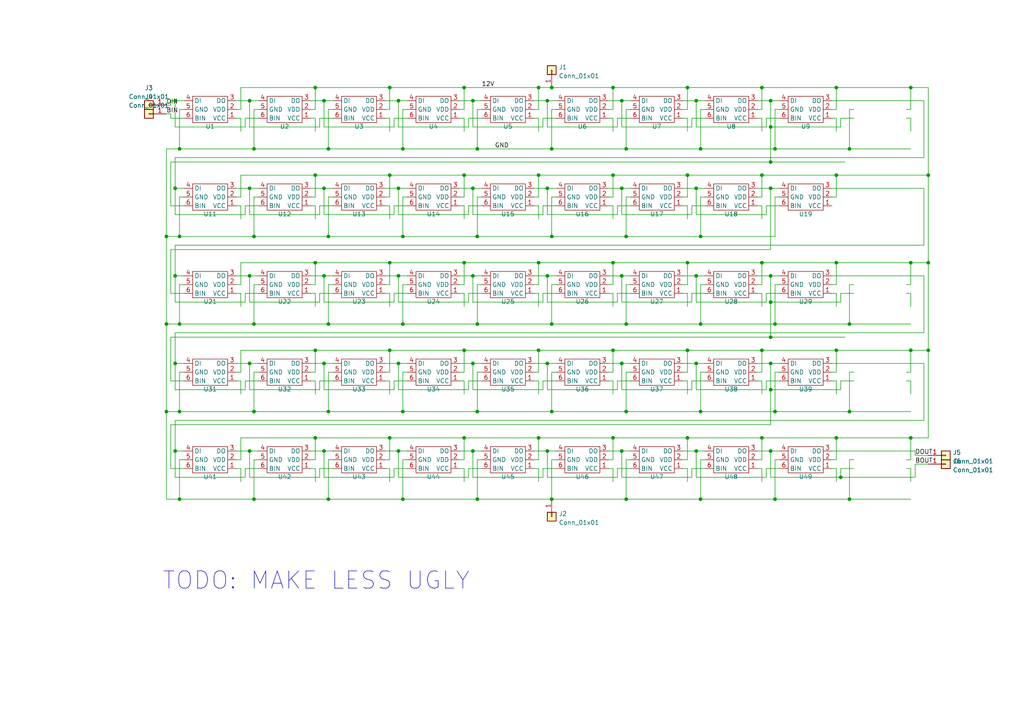
<source format=kicad_sch>
(kicad_sch (version 20211123) (generator eeschema)
  (paper "A4")
  (junction (at 50.8 105.41))
  (junction (at 158.75 130.81))
  (junction (at 50.8 80.01))
  (junction (at 115.57 105.41))
  (junction (at 220.98 50.8))
  (junction (at 220.98 101.6))
  (junction (at 223.52 46.99))
  (junction (at 113.03 25.4))
  (junction (at 138.43 144.78))
  (junction (at 181.61 144.78))
  (junction (at 113.03 50.8))
  (junction (at 199.39 25.4))
  (junction (at 264.16 76.2))
  (junction (at 203.2 43.18))
  (junction (at 224.79 144.78))
  (junction (at 181.61 119.38))
  (junction (at 116.84 68.58))
  (junction (at 224.79 119.38))
  (junction (at 246.38 144.78))
  (junction (at 177.8 101.6))
  (junction (at 156.21 50.8))
  (junction (at 269.24 50.8))
  (junction (at 115.57 130.81))
  (junction (at 264.16 25.4))
  (junction (at 48.26 68.58))
  (junction (at 223.52 105.41))
  (junction (at 113.03 127))
  (junction (at 201.93 130.81))
  (junction (at 246.38 43.18))
  (junction (at 199.39 50.8))
  (junction (at 223.52 97.79))
  (junction (at 246.38 119.38))
  (junction (at 180.34 29.21))
  (junction (at 203.2 119.38))
  (junction (at 156.21 127))
  (junction (at 73.66 119.38))
  (junction (at 220.98 127))
  (junction (at 95.25 68.58))
  (junction (at 72.39 29.21))
  (junction (at 180.34 130.81))
  (junction (at 134.62 50.8))
  (junction (at 177.8 76.2))
  (junction (at 93.98 54.61))
  (junction (at 73.66 43.18))
  (junction (at 223.52 29.21))
  (junction (at 199.39 127))
  (junction (at 201.93 29.21))
  (junction (at 93.98 80.01))
  (junction (at 91.44 127))
  (junction (at 73.66 144.78))
  (junction (at 160.02 93.98))
  (junction (at 52.07 144.78))
  (junction (at 73.66 68.58))
  (junction (at 72.39 54.61))
  (junction (at 115.57 54.61))
  (junction (at 137.16 130.81))
  (junction (at 242.57 101.6))
  (junction (at 158.75 54.61))
  (junction (at 180.34 54.61))
  (junction (at 113.03 101.6))
  (junction (at 243.84 138.43))
  (junction (at 177.8 50.8))
  (junction (at 134.62 127))
  (junction (at 113.03 76.2))
  (junction (at 91.44 25.4))
  (junction (at 242.57 127))
  (junction (at 93.98 105.41))
  (junction (at 95.25 144.78))
  (junction (at 138.43 119.38))
  (junction (at 156.21 76.2))
  (junction (at 224.79 43.18))
  (junction (at 158.75 80.01))
  (junction (at 48.26 93.98))
  (junction (at 223.52 130.81))
  (junction (at 137.16 54.61))
  (junction (at 52.07 68.58))
  (junction (at 137.16 29.21))
  (junction (at 52.07 119.38))
  (junction (at 73.66 93.98))
  (junction (at 72.39 105.41))
  (junction (at 50.8 29.21))
  (junction (at 91.44 76.2))
  (junction (at 264.16 127))
  (junction (at 223.52 113.03))
  (junction (at 181.61 68.58))
  (junction (at 223.52 54.61))
  (junction (at 160.02 68.58))
  (junction (at 203.2 68.58))
  (junction (at 220.98 76.2))
  (junction (at 116.84 93.98))
  (junction (at 201.93 80.01))
  (junction (at 91.44 50.8))
  (junction (at 91.44 101.6))
  (junction (at 264.16 101.6))
  (junction (at 52.07 93.98))
  (junction (at 180.34 80.01))
  (junction (at 93.98 29.21))
  (junction (at 269.24 101.6))
  (junction (at 242.57 50.8))
  (junction (at 160.02 25.4))
  (junction (at 160.02 144.78))
  (junction (at 242.57 76.2))
  (junction (at 93.98 130.81))
  (junction (at 50.8 130.81))
  (junction (at 181.61 93.98))
  (junction (at 95.25 93.98))
  (junction (at 48.26 119.38))
  (junction (at 52.07 43.18))
  (junction (at 137.16 105.41))
  (junction (at 116.84 144.78))
  (junction (at 95.25 43.18))
  (junction (at 220.98 25.4))
  (junction (at 115.57 80.01))
  (junction (at 203.2 144.78))
  (junction (at 203.2 93.98))
  (junction (at 223.52 36.83))
  (junction (at 177.8 127))
  (junction (at 160.02 43.18))
  (junction (at 116.84 43.18))
  (junction (at 160.02 119.38))
  (junction (at 138.43 68.58))
  (junction (at 199.39 101.6))
  (junction (at 158.75 105.41))
  (junction (at 199.39 76.2))
  (junction (at 134.62 25.4))
  (junction (at 156.21 25.4))
  (junction (at 181.61 43.18))
  (junction (at 224.79 93.98))
  (junction (at 223.52 87.63))
  (junction (at 177.8 25.4))
  (junction (at 138.43 43.18))
  (junction (at 156.21 101.6))
  (junction (at 180.34 105.41))
  (junction (at 72.39 130.81))
  (junction (at 134.62 76.2))
  (junction (at 95.25 119.38))
  (junction (at 242.57 25.4))
  (junction (at 246.38 93.98))
  (junction (at 115.57 29.21))
  (junction (at 223.52 80.01))
  (junction (at 72.39 80.01))
  (junction (at 158.75 29.21))
  (junction (at 201.93 54.61))
  (junction (at 201.93 105.41))
  (junction (at 50.8 54.61))
  (junction (at 138.43 93.98))
  (junction (at 134.62 101.6))
  (junction (at 137.16 80.01))
  (junction (at 269.24 76.2))
  (junction (at 116.84 119.38))
  (wire (pts (xy 223.52 36.83) (xy 223.52 46.99)))
  (wire (pts (xy 264.16 88.9) (xy 264.16 85.09)))
  (wire (pts (xy 50.8 96.52) (xy 267.97 96.52)))
  (wire (pts (xy 111.76 135.89) (xy 113.03 135.89)))
  (wire (pts (xy 73.66 82.55) (xy 74.93 82.55)))
  (wire (pts (xy 138.43 119.38) (xy 138.43 107.95)))
  (wire (pts (xy 176.53 54.61) (xy 180.34 54.61)))
  (wire (pts (xy 48.26 144.78) (xy 48.26 119.38)))
  (wire (pts (xy 138.43 133.35) (xy 139.7 133.35)))
  (wire (pts (xy 267.97 71.12) (xy 267.97 54.61)))
  (wire (pts (xy 161.29 59.69) (xy 157.48 59.69)))
  (wire (pts (xy 113.03 101.6) (xy 134.62 101.6)))
  (wire (pts (xy 241.3 135.89) (xy 242.57 135.89)))
  (wire (pts (xy 177.8 50.8) (xy 199.39 50.8)))
  (wire (pts (xy 181.61 43.18) (xy 203.2 43.18)))
  (wire (pts (xy 203.2 144.78) (xy 224.79 144.78)))
  (wire (pts (xy 241.3 54.61) (xy 267.97 54.61)))
  (wire (pts (xy 71.12 34.29) (xy 71.12 36.83)))
  (wire (pts (xy 52.07 144.78) (xy 48.26 144.78)))
  (wire (pts (xy 156.21 88.9) (xy 156.21 85.09)))
  (wire (pts (xy 95.25 68.58) (xy 95.25 57.15)))
  (wire (pts (xy 160.02 119.38) (xy 160.02 107.95)))
  (wire (pts (xy 50.8 54.61) (xy 53.34 54.61)))
  (wire (pts (xy 176.53 57.15) (xy 177.8 57.15)))
  (wire (pts (xy 50.8 36.83) (xy 50.8 29.21)))
  (wire (pts (xy 95.25 57.15) (xy 96.52 57.15)))
  (wire (pts (xy 180.34 80.01) (xy 182.88 80.01)))
  (wire (pts (xy 68.58 135.89) (xy 69.85 135.89)))
  (wire (pts (xy 49.53 59.69) (xy 49.53 46.99)))
  (wire (pts (xy 154.94 105.41) (xy 158.75 105.41)))
  (wire (pts (xy 264.16 101.6) (xy 269.24 101.6)))
  (wire (pts (xy 154.94 110.49) (xy 156.21 110.49)))
  (wire (pts (xy 115.57 113.03) (xy 115.57 105.41)))
  (wire (pts (xy 203.2 68.58) (xy 224.79 68.58)))
  (wire (pts (xy 96.52 85.09) (xy 92.71 85.09)))
  (wire (pts (xy 264.16 76.2) (xy 242.57 76.2)))
  (wire (pts (xy 73.66 43.18) (xy 95.25 43.18)))
  (wire (pts (xy 48.26 68.58) (xy 52.07 68.58)))
  (wire (pts (xy 137.16 80.01) (xy 137.16 87.63)))
  (wire (pts (xy 91.44 76.2) (xy 91.44 82.55)))
  (wire (pts (xy 220.98 38.1) (xy 220.98 34.29)))
  (wire (pts (xy 223.52 54.61) (xy 226.06 54.61)))
  (wire (pts (xy 113.03 114.3) (xy 113.03 110.49)))
  (wire (pts (xy 50.8 71.12) (xy 267.97 71.12)))
  (wire (pts (xy 118.11 59.69) (xy 114.3 59.69)))
  (wire (pts (xy 200.66 59.69) (xy 200.66 62.23)))
  (wire (pts (xy 204.47 85.09) (xy 200.66 85.09)))
  (wire (pts (xy 113.03 31.75) (xy 113.03 25.4)))
  (wire (pts (xy 199.39 50.8) (xy 199.39 57.15)))
  (wire (pts (xy 50.8 62.23) (xy 71.12 62.23)))
  (wire (pts (xy 69.85 38.1) (xy 69.85 34.29)))
  (wire (pts (xy 157.48 85.09) (xy 157.48 87.63)))
  (wire (pts (xy 264.16 82.55) (xy 264.16 76.2)))
  (wire (pts (xy 113.03 50.8) (xy 91.44 50.8)))
  (wire (pts (xy 134.62 63.5) (xy 134.62 59.69)))
  (wire (pts (xy 203.2 107.95) (xy 204.47 107.95)))
  (wire (pts (xy 95.25 107.95) (xy 96.52 107.95)))
  (wire (pts (xy 161.29 110.49) (xy 157.48 110.49)))
  (wire (pts (xy 222.25 135.89) (xy 222.25 138.43)))
  (wire (pts (xy 52.07 68.58) (xy 73.66 68.58)))
  (wire (pts (xy 72.39 87.63) (xy 72.39 80.01)))
  (wire (pts (xy 95.25 144.78) (xy 116.84 144.78)))
  (wire (pts (xy 91.44 127) (xy 91.44 133.35)))
  (wire (pts (xy 68.58 31.75) (xy 69.85 31.75)))
  (wire (pts (xy 116.84 82.55) (xy 118.11 82.55)))
  (wire (pts (xy 201.93 130.81) (xy 201.93 138.43)))
  (wire (pts (xy 137.16 105.41) (xy 139.7 105.41)))
  (wire (pts (xy 137.16 138.43) (xy 137.16 130.81)))
  (wire (pts (xy 161.29 135.89) (xy 157.48 135.89)))
  (wire (pts (xy 115.57 29.21) (xy 118.11 29.21)))
  (wire (pts (xy 243.84 135.89) (xy 243.84 138.43)))
  (wire (pts (xy 199.39 76.2) (xy 199.39 82.55)))
  (wire (pts (xy 52.07 93.98) (xy 73.66 93.98)))
  (wire (pts (xy 157.48 59.69) (xy 157.48 62.23)))
  (wire (pts (xy 71.12 85.09) (xy 71.12 87.63)))
  (wire (pts (xy 181.61 57.15) (xy 182.88 57.15)))
  (wire (pts (xy 262.89 133.35) (xy 264.16 133.35)))
  (wire (pts (xy 264.16 127) (xy 242.57 127)))
  (wire (pts (xy 138.43 93.98) (xy 160.02 93.98)))
  (wire (pts (xy 224.79 144.78) (xy 224.79 133.35)))
  (wire (pts (xy 156.21 50.8) (xy 177.8 50.8)))
  (wire (pts (xy 115.57 62.23) (xy 115.57 54.61)))
  (wire (pts (xy 111.76 107.95) (xy 113.03 107.95)))
  (wire (pts (xy 246.38 93.98) (xy 264.16 93.98)))
  (wire (pts (xy 92.71 59.69) (xy 92.71 62.23)))
  (wire (pts (xy 224.79 93.98) (xy 224.79 82.55)))
  (wire (pts (xy 201.93 130.81) (xy 204.47 130.81)))
  (wire (pts (xy 111.76 130.81) (xy 115.57 130.81)))
  (wire (pts (xy 138.43 43.18) (xy 138.43 31.75)))
  (wire (pts (xy 49.53 34.29) (xy 49.53 33.02)))
  (wire (pts (xy 220.98 50.8) (xy 242.57 50.8)))
  (wire (pts (xy 50.8 138.43) (xy 50.8 130.81)))
  (wire (pts (xy 223.52 113.03) (xy 243.84 113.03)))
  (wire (pts (xy 133.35 29.21) (xy 137.16 29.21)))
  (wire (pts (xy 49.53 29.21) (xy 50.8 29.21)))
  (wire (pts (xy 220.98 76.2) (xy 199.39 76.2)))
  (wire (pts (xy 160.02 107.95) (xy 161.29 107.95)))
  (wire (pts (xy 73.66 57.15) (xy 74.93 57.15)))
  (wire (pts (xy 92.71 135.89) (xy 92.71 138.43)))
  (wire (pts (xy 48.26 93.98) (xy 48.26 68.58)))
  (wire (pts (xy 181.61 43.18) (xy 181.61 31.75)))
  (wire (pts (xy 113.03 107.95) (xy 113.03 101.6)))
  (wire (pts (xy 179.07 34.29) (xy 179.07 36.83)))
  (wire (pts (xy 68.58 133.35) (xy 69.85 133.35)))
  (wire (pts (xy 220.98 114.3) (xy 220.98 110.49)))
  (wire (pts (xy 93.98 130.81) (xy 93.98 138.43)))
  (wire (pts (xy 156.21 139.7) (xy 156.21 135.89)))
  (wire (pts (xy 111.76 29.21) (xy 115.57 29.21)))
  (wire (pts (xy 223.52 36.83) (xy 243.84 36.83)))
  (wire (pts (xy 115.57 113.03) (xy 135.89 113.03)))
  (wire (pts (xy 115.57 80.01) (xy 118.11 80.01)))
  (wire (pts (xy 198.12 135.89) (xy 199.39 135.89)))
  (wire (pts (xy 246.38 43.18) (xy 264.16 43.18)))
  (wire (pts (xy 247.65 34.29) (xy 243.84 34.29)))
  (wire (pts (xy 115.57 36.83) (xy 135.89 36.83)))
  (wire (pts (xy 73.66 93.98) (xy 73.66 82.55)))
  (wire (pts (xy 138.43 43.18) (xy 160.02 43.18)))
  (wire (pts (xy 91.44 114.3) (xy 91.44 110.49)))
  (wire (pts (xy 158.75 130.81) (xy 161.29 130.81)))
  (wire (pts (xy 92.71 85.09) (xy 92.71 87.63)))
  (wire (pts (xy 179.07 59.69) (xy 179.07 62.23)))
  (wire (pts (xy 68.58 54.61) (xy 72.39 54.61)))
  (wire (pts (xy 134.62 50.8) (xy 134.62 57.15)))
  (wire (pts (xy 137.16 36.83) (xy 157.48 36.83)))
  (wire (pts (xy 160.02 31.75) (xy 161.29 31.75)))
  (wire (pts (xy 93.98 80.01) (xy 96.52 80.01)))
  (wire (pts (xy 73.66 43.18) (xy 73.66 31.75)))
  (wire (pts (xy 118.11 85.09) (xy 114.3 85.09)))
  (wire (pts (xy 49.53 85.09) (xy 49.53 72.39)))
  (wire (pts (xy 198.12 133.35) (xy 199.39 133.35)))
  (wire (pts (xy 134.62 25.4) (xy 134.62 31.75)))
  (wire (pts (xy 181.61 82.55) (xy 182.88 82.55)))
  (wire (pts (xy 176.53 133.35) (xy 177.8 133.35)))
  (wire (pts (xy 68.58 34.29) (xy 69.85 34.29)))
  (wire (pts (xy 269.24 76.2) (xy 269.24 50.8)))
  (wire (pts (xy 242.57 76.2) (xy 242.57 82.55)))
  (wire (pts (xy 72.39 54.61) (xy 74.93 54.61)))
  (wire (pts (xy 241.3 80.01) (xy 267.97 80.01)))
  (wire (pts (xy 223.52 87.63) (xy 223.52 97.79)))
  (wire (pts (xy 160.02 25.4) (xy 177.8 25.4)))
  (wire (pts (xy 158.75 29.21) (xy 161.29 29.21)))
  (wire (pts (xy 113.03 57.15) (xy 113.03 50.8)))
  (wire (pts (xy 48.26 33.02) (xy 49.53 33.02)))
  (wire (pts (xy 220.98 50.8) (xy 199.39 50.8)))
  (wire (pts (xy 90.17 57.15) (xy 91.44 57.15)))
  (wire (pts (xy 154.94 57.15) (xy 156.21 57.15)))
  (wire (pts (xy 154.94 54.61) (xy 158.75 54.61)))
  (wire (pts (xy 156.21 101.6) (xy 156.21 107.95)))
  (wire (pts (xy 198.12 29.21) (xy 201.93 29.21)))
  (wire (pts (xy 69.85 57.15) (xy 69.85 50.8)))
  (wire (pts (xy 160.02 43.18) (xy 181.61 43.18)))
  (wire (pts (xy 68.58 29.21) (xy 72.39 29.21)))
  (wire (pts (xy 242.57 25.4) (xy 242.57 31.75)))
  (wire (pts (xy 113.03 25.4) (xy 134.62 25.4)))
  (wire (pts (xy 219.71 59.69) (xy 220.98 59.69)))
  (wire (pts (xy 53.34 57.15) (xy 52.07 57.15)))
  (wire (pts (xy 160.02 133.35) (xy 161.29 133.35)))
  (wire (pts (xy 246.38 144.78) (xy 246.38 133.35)))
  (wire (pts (xy 134.62 76.2) (xy 134.62 82.55)))
  (wire (pts (xy 226.06 34.29) (xy 222.25 34.29)))
  (wire (pts (xy 181.61 68.58) (xy 203.2 68.58)))
  (wire (pts (xy 224.79 144.78) (xy 246.38 144.78)))
  (wire (pts (xy 139.7 59.69) (xy 135.89 59.69)))
  (wire (pts (xy 111.76 59.69) (xy 113.03 59.69)))
  (wire (pts (xy 267.97 96.52) (xy 267.97 80.01)))
  (wire (pts (xy 177.8 101.6) (xy 199.39 101.6)))
  (wire (pts (xy 115.57 87.63) (xy 115.57 80.01)))
  (wire (pts (xy 113.03 101.6) (xy 91.44 101.6)))
  (wire (pts (xy 133.35 133.35) (xy 134.62 133.35)))
  (wire (pts (xy 198.12 107.95) (xy 199.39 107.95)))
  (wire (pts (xy 113.03 76.2) (xy 134.62 76.2)))
  (wire (pts (xy 93.98 130.81) (xy 96.52 130.81)))
  (wire (pts (xy 50.8 138.43) (xy 71.12 138.43)))
  (wire (pts (xy 138.43 93.98) (xy 138.43 82.55)))
  (wire (pts (xy 181.61 68.58) (xy 181.61 57.15)))
  (wire (pts (xy 242.57 50.8) (xy 269.24 50.8)))
  (wire (pts (xy 49.53 30.48) (xy 49.53 29.21)))
  (wire (pts (xy 224.79 43.18) (xy 246.38 43.18)))
  (wire (pts (xy 156.21 76.2) (xy 134.62 76.2)))
  (wire (pts (xy 219.71 54.61) (xy 223.52 54.61)))
  (wire (pts (xy 69.85 88.9) (xy 69.85 85.09)))
  (wire (pts (xy 53.34 82.55) (xy 52.07 82.55)))
  (wire (pts (xy 115.57 105.41) (xy 118.11 105.41)))
  (wire (pts (xy 156.21 127) (xy 156.21 133.35)))
  (wire (pts (xy 91.44 88.9) (xy 91.44 85.09)))
  (wire (pts (xy 223.52 113.03) (xy 223.52 105.41)))
  (wire (pts (xy 96.52 59.69) (xy 92.71 59.69)))
  (wire (pts (xy 50.8 80.01) (xy 53.34 80.01)))
  (wire (pts (xy 48.26 93.98) (xy 52.07 93.98)))
  (wire (pts (xy 49.53 123.19) (xy 223.52 123.19)))
  (wire (pts (xy 116.84 107.95) (xy 118.11 107.95)))
  (wire (pts (xy 160.02 68.58) (xy 181.61 68.58)))
  (wire (pts (xy 198.12 34.29) (xy 199.39 34.29)))
  (wire (pts (xy 161.29 34.29) (xy 157.48 34.29)))
  (wire (pts (xy 139.7 110.49) (xy 135.89 110.49)))
  (wire (pts (xy 176.53 31.75) (xy 177.8 31.75)))
  (wire (pts (xy 198.12 80.01) (xy 201.93 80.01)))
  (wire (pts (xy 203.2 144.78) (xy 203.2 133.35)))
  (wire (pts (xy 154.94 29.21) (xy 158.75 29.21)))
  (wire (pts (xy 137.16 62.23) (xy 157.48 62.23)))
  (wire (pts (xy 139.7 85.09) (xy 135.89 85.09)))
  (wire (pts (xy 91.44 101.6) (xy 91.44 107.95)))
  (wire (pts (xy 264.16 133.35) (xy 264.16 127)))
  (wire (pts (xy 72.39 138.43) (xy 72.39 130.81)))
  (wire (pts (xy 49.53 135.89) (xy 49.53 123.19)))
  (wire (pts (xy 68.58 59.69) (xy 69.85 59.69)))
  (wire (pts (xy 199.39 63.5) (xy 199.39 59.69)))
  (wire (pts (xy 135.89 85.09) (xy 135.89 87.63)))
  (wire (pts (xy 95.25 43.18) (xy 95.25 31.75)))
  (wire (pts (xy 137.16 130.81) (xy 139.7 130.81)))
  (wire (pts (xy 176.53 107.95) (xy 177.8 107.95)))
  (wire (pts (xy 134.62 101.6) (xy 134.62 107.95)))
  (wire (pts (xy 113.03 82.55) (xy 113.03 76.2)))
  (wire (pts (xy 203.2 119.38) (xy 203.2 107.95)))
  (wire (pts (xy 133.35 110.49) (xy 134.62 110.49)))
  (wire (pts (xy 74.93 34.29) (xy 71.12 34.29)))
  (wire (pts (xy 111.76 34.29) (xy 113.03 34.29)))
  (wire (pts (xy 242.57 50.8) (xy 242.57 57.15)))
  (wire (pts (xy 176.53 85.09) (xy 177.8 85.09)))
  (wire (pts (xy 53.34 107.95) (xy 52.07 107.95)))
  (wire (pts (xy 158.75 36.83) (xy 179.07 36.83)))
  (wire (pts (xy 242.57 139.7) (xy 242.57 135.89)))
  (wire (pts (xy 180.34 87.63) (xy 200.66 87.63)))
  (wire (pts (xy 69.85 114.3) (xy 69.85 110.49)))
  (wire (pts (xy 111.76 133.35) (xy 113.03 133.35)))
  (wire (pts (xy 133.35 135.89) (xy 134.62 135.89)))
  (wire (pts (xy 242.57 88.9) (xy 242.57 85.09)))
  (wire (pts (xy 90.17 82.55) (xy 91.44 82.55)))
  (wire (pts (xy 72.39 113.03) (xy 72.39 105.41)))
  (wire (pts (xy 177.8 31.75) (xy 177.8 25.4)))
  (wire (pts (xy 176.53 135.89) (xy 177.8 135.89)))
  (wire (pts (xy 201.93 62.23) (xy 222.25 62.23)))
  (wire (pts (xy 220.98 25.4) (xy 242.57 25.4)))
  (wire (pts (xy 203.2 31.75) (xy 204.47 31.75)))
  (wire (pts (xy 264.16 114.3) (xy 264.16 110.49)))
  (wire (pts (xy 72.39 130.81) (xy 74.93 130.81)))
  (wire (pts (xy 72.39 138.43) (xy 92.71 138.43)))
  (wire (pts (xy 96.52 135.89) (xy 92.71 135.89)))
  (wire (pts (xy 115.57 130.81) (xy 118.11 130.81)))
  (wire (pts (xy 201.93 36.83) (xy 222.25 36.83)))
  (wire (pts (xy 241.3 57.15) (xy 242.57 57.15)))
  (wire (pts (xy 224.79 119.38) (xy 246.38 119.38)))
  (wire (pts (xy 156.21 25.4) (xy 160.02 25.4)))
  (wire (pts (xy 90.17 34.29) (xy 91.44 34.29)))
  (wire (pts (xy 69.85 139.7) (xy 69.85 135.89)))
  (wire (pts (xy 53.34 135.89) (xy 49.53 135.89)))
  (wire (pts (xy 246.38 43.18) (xy 246.38 31.75)))
  (wire (pts (xy 69.85 63.5) (xy 69.85 59.69)))
  (wire (pts (xy 74.93 110.49) (xy 71.12 110.49)))
  (wire (pts (xy 181.61 133.35) (xy 182.88 133.35)))
  (wire (pts (xy 139.7 135.89) (xy 135.89 135.89)))
  (wire (pts (xy 179.07 110.49) (xy 179.07 113.03)))
  (wire (pts (xy 226.06 110.49) (xy 222.25 110.49)))
  (wire (pts (xy 264.16 101.6) (xy 242.57 101.6)))
  (wire (pts (xy 158.75 138.43) (xy 179.07 138.43)))
  (wire (pts (xy 223.52 87.63) (xy 223.52 80.01)))
  (wire (pts (xy 201.93 105.41) (xy 201.93 113.03)))
  (wire (pts (xy 135.89 110.49) (xy 135.89 113.03)))
  (wire (pts (xy 199.39 38.1) (xy 199.39 34.29)))
  (wire (pts (xy 48.26 68.58) (xy 48.26 43.18)))
  (wire (pts (xy 158.75 130.81) (xy 158.75 138.43)))
  (wire (pts (xy 264.16 107.95) (xy 264.16 101.6)))
  (wire (pts (xy 160.02 57.15) (xy 161.29 57.15)))
  (wire (pts (xy 74.93 85.09) (xy 71.12 85.09)))
  (wire (pts (xy 116.84 31.75) (xy 118.11 31.75)))
  (wire (pts (xy 201.93 29.21) (xy 204.47 29.21)))
  (wire (pts (xy 111.76 105.41) (xy 115.57 105.41)))
  (wire (pts (xy 176.53 80.01) (xy 180.34 80.01)))
  (wire (pts (xy 222.25 59.69) (xy 222.25 62.23)))
  (wire (pts (xy 181.61 144.78) (xy 203.2 144.78)))
  (wire (pts (xy 203.2 93.98) (xy 224.79 93.98)))
  (wire (pts (xy 52.07 107.95) (xy 52.07 119.38)))
  (wire (pts (xy 203.2 57.15) (xy 204.47 57.15)))
  (wire (pts (xy 199.39 139.7) (xy 199.39 135.89)))
  (wire (pts (xy 134.62 114.3) (xy 134.62 110.49)))
  (wire (pts (xy 246.38 82.55) (xy 247.65 82.55)))
  (wire (pts (xy 241.3 105.41) (xy 267.97 105.41)))
  (wire (pts (xy 91.44 139.7) (xy 91.44 135.89)))
  (wire (pts (xy 158.75 113.03) (xy 179.07 113.03)))
  (wire (pts (xy 158.75 80.01) (xy 161.29 80.01)))
  (wire (pts (xy 133.35 82.55) (xy 134.62 82.55)))
  (wire (pts (xy 95.25 93.98) (xy 116.84 93.98)))
  (wire (pts (xy 180.34 87.63) (xy 180.34 80.01)))
  (wire (pts (xy 133.35 31.75) (xy 134.62 31.75)))
  (wire (pts (xy 200.66 135.89) (xy 200.66 138.43)))
  (wire (pts (xy 69.85 107.95) (xy 69.85 101.6)))
  (wire (pts (xy 176.53 130.81) (xy 180.34 130.81)))
  (wire (pts (xy 68.58 57.15) (xy 69.85 57.15)))
  (wire (pts (xy 156.21 127) (xy 134.62 127)))
  (wire (pts (xy 200.66 34.29) (xy 200.66 36.83)))
  (wire (pts (xy 176.53 82.55) (xy 177.8 82.55)))
  (wire (pts (xy 154.94 133.35) (xy 156.21 133.35)))
  (wire (pts (xy 246.38 119.38) (xy 264.16 119.38)))
  (wire (pts (xy 264.16 76.2) (xy 269.24 76.2)))
  (wire (pts (xy 262.89 82.55) (xy 264.16 82.55)))
  (wire (pts (xy 203.2 119.38) (xy 224.79 119.38)))
  (wire (pts (xy 181.61 93.98) (xy 203.2 93.98)))
  (wire (pts (xy 160.02 119.38) (xy 181.61 119.38)))
  (wire (pts (xy 241.3 34.29) (xy 242.57 34.29)))
  (wire (pts (xy 181.61 107.95) (xy 182.88 107.95)))
  (wire (pts (xy 134.62 25.4) (xy 156.21 25.4)))
  (wire (pts (xy 72.39 105.41) (xy 74.93 105.41)))
  (wire (pts (xy 52.07 119.38) (xy 73.66 119.38)))
  (wire (pts (xy 154.94 107.95) (xy 156.21 107.95)))
  (wire (pts (xy 158.75 54.61) (xy 161.29 54.61)))
  (wire (pts (xy 133.35 105.41) (xy 137.16 105.41)))
  (wire (pts (xy 154.94 135.89) (xy 156.21 135.89)))
  (wire (pts (xy 137.16 62.23) (xy 137.16 54.61)))
  (wire (pts (xy 133.35 59.69) (xy 134.62 59.69)))
  (wire (pts (xy 50.8 105.41) (xy 50.8 96.52)))
  (wire (pts (xy 93.98 105.41) (xy 96.52 105.41)))
  (wire (pts (xy 71.12 135.89) (xy 71.12 138.43)))
  (wire (pts (xy 50.8 105.41) (xy 53.34 105.41)))
  (wire (pts (xy 154.94 85.09) (xy 156.21 85.09)))
  (wire (pts (xy 93.98 113.03) (xy 114.3 113.03)))
  (wire (pts (xy 138.43 68.58) (xy 160.02 68.58)))
  (wire (pts (xy 220.98 57.15) (xy 220.98 50.8)))
  (wire (pts (xy 115.57 138.43) (xy 135.89 138.43)))
  (wire (pts (xy 177.8 88.9) (xy 177.8 85.09)))
  (wire (pts (xy 95.25 31.75) (xy 96.52 31.75)))
  (wire (pts (xy 73.66 31.75) (xy 74.93 31.75)))
  (wire (pts (xy 220.98 63.5) (xy 220.98 59.69)))
  (wire (pts (xy 96.52 110.49) (xy 92.71 110.49)))
  (wire (pts (xy 177.8 107.95) (xy 177.8 101.6)))
  (wire (pts (xy 180.34 138.43) (xy 200.66 138.43)))
  (wire (pts (xy 138.43 68.58) (xy 138.43 57.15)))
  (wire (pts (xy 160.02 68.58) (xy 160.02 57.15)))
  (wire (pts (xy 95.25 68.58) (xy 116.84 68.58)))
  (wire (pts (xy 181.61 119.38) (xy 203.2 119.38)))
  (wire (pts (xy 92.71 34.29) (xy 92.71 36.83)))
  (wire (pts (xy 138.43 57.15) (xy 139.7 57.15)))
  (wire (pts (xy 181.61 31.75) (xy 182.88 31.75)))
  (wire (pts (xy 137.16 29.21) (xy 139.7 29.21)))
  (wire (pts (xy 156.21 63.5) (xy 156.21 59.69)))
  (wire (pts (xy 113.03 38.1) (xy 113.03 34.29)))
  (wire (pts (xy 220.98 25.4) (xy 199.39 25.4)))
  (wire (pts (xy 226.06 59.69) (xy 222.25 59.69)))
  (wire (pts (xy 204.47 135.89) (xy 200.66 135.89)))
  (wire (pts (xy 223.52 130.81) (xy 226.06 130.81)))
  (wire (pts (xy 201.93 80.01) (xy 204.47 80.01)))
  (wire (pts (xy 198.12 54.61) (xy 201.93 54.61)))
  (wire (pts (xy 219.71 34.29) (xy 220.98 34.29)))
  (wire (pts (xy 52.07 43.18) (xy 73.66 43.18)))
  (wire (pts (xy 115.57 62.23) (xy 135.89 62.23)))
  (wire (pts (xy 199.39 88.9) (xy 199.39 85.09)))
  (wire (pts (xy 156.21 76.2) (xy 177.8 76.2)))
  (wire (pts (xy 179.07 85.09) (xy 179.07 87.63)))
  (wire (pts (xy 198.12 110.49) (xy 199.39 110.49)))
  (wire (pts (xy 220.98 88.9) (xy 220.98 85.09)))
  (wire (pts (xy 69.85 127) (xy 91.44 127)))
  (wire (pts (xy 262.89 34.29) (xy 264.16 34.29)))
  (wire (pts (xy 113.03 25.4) (xy 91.44 25.4)))
  (wire (pts (xy 203.2 68.58) (xy 203.2 57.15)))
  (wire (pts (xy 133.35 80.01) (xy 137.16 80.01)))
  (wire (pts (xy 113.03 88.9) (xy 113.03 85.09)))
  (wire (pts (xy 138.43 144.78) (xy 160.02 144.78)))
  (wire (pts (xy 177.8 57.15) (xy 177.8 50.8)))
  (wire (pts (xy 247.65 85.09) (xy 243.84 85.09)))
  (wire (pts (xy 68.58 107.95) (xy 69.85 107.95)))
  (wire (pts (xy 160.02 43.18) (xy 160.02 31.75)))
  (wire (pts (xy 134.62 139.7) (xy 134.62 135.89)))
  (wire (pts (xy 50.8 87.63) (xy 71.12 87.63)))
  (wire (pts (xy 90.17 29.21) (xy 93.98 29.21)))
  (wire (pts (xy 156.21 38.1) (xy 156.21 34.29)))
  (wire (pts (xy 90.17 135.89) (xy 91.44 135.89)))
  (wire (pts (xy 135.89 59.69) (xy 135.89 62.23)))
  (wire (pts (xy 201.93 29.21) (xy 201.93 36.83)))
  (wire (pts (xy 50.8 62.23) (xy 50.8 54.61)))
  (wire (pts (xy 198.12 82.55) (xy 199.39 82.55)))
  (wire (pts (xy 262.89 85.09) (xy 264.16 85.09)))
  (wire (pts (xy 246.38 31.75) (xy 247.65 31.75)))
  (wire (pts (xy 73.66 107.95) (xy 74.93 107.95)))
  (wire (pts (xy 224.79 133.35) (xy 226.06 133.35)))
  (wire (pts (xy 93.98 80.01) (xy 93.98 87.63)))
  (wire (pts (xy 241.3 130.81) (xy 265.43 130.81)))
  (wire (pts (xy 53.34 59.69) (xy 49.53 59.69)))
  (wire (pts (xy 219.71 107.95) (xy 220.98 107.95)))
  (wire (pts (xy 90.17 110.49) (xy 91.44 110.49)))
  (wire (pts (xy 138.43 119.38) (xy 160.02 119.38)))
  (wire (pts (xy 71.12 59.69) (xy 71.12 62.23)))
  (wire (pts (xy 90.17 105.41) (xy 93.98 105.41)))
  (wire (pts (xy 133.35 107.95) (xy 134.62 107.95)))
  (wire (pts (xy 182.88 34.29) (xy 179.07 34.29)))
  (wire (pts (xy 73.66 93.98) (xy 95.25 93.98)))
  (wire (pts (xy 53.34 133.35) (xy 52.07 133.35)))
  (wire (pts (xy 241.3 85.09) (xy 242.57 85.09)))
  (wire (pts (xy 247.65 135.89) (xy 243.84 135.89)))
  (wire (pts (xy 68.58 105.41) (xy 72.39 105.41)))
  (wire (pts (xy 177.8 133.35) (xy 177.8 127)))
  (wire (pts (xy 269.24 25.4) (xy 269.24 50.8)))
  (wire (pts (xy 50.8 130.81) (xy 53.34 130.81)))
  (wire (pts (xy 68.58 130.81) (xy 72.39 130.81)))
  (wire (pts (xy 69.85 76.2) (xy 91.44 76.2)))
  (wire (pts (xy 177.8 127) (xy 199.39 127)))
  (wire (pts (xy 50.8 36.83) (xy 71.12 36.83)))
  (wire (pts (xy 133.35 54.61) (xy 137.16 54.61)))
  (wire (pts (xy 201.93 105.41) (xy 204.47 105.41)))
  (wire (pts (xy 116.84 43.18) (xy 138.43 43.18)))
  (wire (pts (xy 116.84 119.38) (xy 138.43 119.38)))
  (wire (pts (xy 203.2 133.35) (xy 204.47 133.35)))
  (wire (pts (xy 198.12 59.69) (xy 199.39 59.69)))
  (wire (pts (xy 156.21 25.4) (xy 156.21 31.75)))
  (wire (pts (xy 91.44 38.1) (xy 91.44 34.29)))
  (wire (pts (xy 73.66 119.38) (xy 73.66 107.95)))
  (wire (pts (xy 138.43 82.55) (xy 139.7 82.55)))
  (wire (pts (xy 113.03 50.8) (xy 134.62 50.8)))
  (wire (pts (xy 247.65 110.49) (xy 243.84 110.49)))
  (wire (pts (xy 156.21 50.8) (xy 134.62 50.8)))
  (wire (pts (xy 219.71 31.75) (xy 220.98 31.75)))
  (wire (pts (xy 137.16 29.21) (xy 137.16 36.83)))
  (wire (pts (xy 223.52 87.63) (xy 243.84 87.63)))
  (wire (pts (xy 180.34 113.03) (xy 180.34 105.41)))
  (wire (pts (xy 114.3 59.69) (xy 114.3 62.23)))
  (wire (pts (xy 138.43 144.78) (xy 138.43 133.35)))
  (wire (pts (xy 133.35 130.81) (xy 137.16 130.81)))
  (wire (pts (xy 198.12 31.75) (xy 199.39 31.75)))
  (wire (pts (xy 180.34 105.41) (xy 182.88 105.41)))
  (wire (pts (xy 262.89 107.95) (xy 264.16 107.95)))
  (wire (pts (xy 198.12 105.41) (xy 201.93 105.41)))
  (wire (pts (xy 111.76 82.55) (xy 113.03 82.55)))
  (wire (pts (xy 219.71 135.89) (xy 220.98 135.89)))
  (wire (pts (xy 95.25 93.98) (xy 95.25 82.55)))
  (wire (pts (xy 224.79 93.98) (xy 246.38 93.98)))
  (wire (pts (xy 246.38 107.95) (xy 247.65 107.95)))
  (wire (pts (xy 224.79 119.38) (xy 224.79 107.95)))
  (wire (pts (xy 93.98 62.23) (xy 114.3 62.23)))
  (wire (pts (xy 154.94 59.69) (xy 156.21 59.69)))
  (wire (pts (xy 91.44 25.4) (xy 91.44 31.75)))
  (wire (pts (xy 199.39 127) (xy 199.39 133.35)))
  (wire (pts (xy 49.53 97.79) (xy 223.52 97.79)))
  (wire (pts (xy 133.35 85.09) (xy 134.62 85.09)))
  (wire (pts (xy 72.39 36.83) (xy 72.39 29.21)))
  (wire (pts (xy 48.26 119.38) (xy 52.07 119.38)))
  (wire (pts (xy 201.93 54.61) (xy 201.93 62.23)))
  (wire (pts (xy 91.44 50.8) (xy 91.44 57.15)))
  (wire (pts (xy 53.34 85.09) (xy 49.53 85.09)))
  (wire (pts (xy 158.75 87.63) (xy 179.07 87.63)))
  (wire (pts (xy 219.71 110.49) (xy 220.98 110.49)))
  (wire (pts (xy 267.97 45.72) (xy 50.8 45.72)))
  (wire (pts (xy 93.98 36.83) (xy 114.3 36.83)))
  (wire (pts (xy 243.84 138.43) (xy 265.43 138.43)))
  (wire (pts (xy 156.21 101.6) (xy 134.62 101.6)))
  (wire (pts (xy 177.8 101.6) (xy 156.21 101.6)))
  (wire (pts (xy 73.66 68.58) (xy 73.66 57.15)))
  (wire (pts (xy 267.97 105.41) (xy 267.97 121.92)))
  (wire (pts (xy 180.34 36.83) (xy 200.66 36.83)))
  (wire (pts (xy 134.62 38.1) (xy 134.62 34.29)))
  (wire (pts (xy 177.8 25.4) (xy 199.39 25.4)))
  (wire (pts (xy 133.35 34.29) (xy 134.62 34.29)))
  (wire (pts (xy 160.02 82.55) (xy 161.29 82.55)))
  (wire (pts (xy 72.39 36.83) (xy 92.71 36.83)))
  (wire (pts (xy 157.48 110.49) (xy 157.48 113.03)))
  (wire (pts (xy 220.98 127) (xy 242.57 127)))
  (wire (pts (xy 69.85 82.55) (xy 69.85 76.2)))
  (wire (pts (xy 50.8 113.03) (xy 71.12 113.03)))
  (wire (pts (xy 116.84 119.38) (xy 116.84 107.95)))
  (wire (pts (xy 219.71 82.55) (xy 220.98 82.55)))
  (wire (pts (xy 95.25 43.18) (xy 116.84 43.18)))
  (wire (pts (xy 52.07 144.78) (xy 73.66 144.78)))
  (wire (pts (xy 223.52 46.99) (xy 245.11 46.99)))
  (wire (pts (xy 158.75 54.61) (xy 158.75 62.23)))
  (wire (pts (xy 224.79 68.58) (xy 224.79 57.15)))
  (wire (pts (xy 177.8 76.2) (xy 199.39 76.2)))
  (wire (pts (xy 50.8 87.63) (xy 50.8 80.01)))
  (wire (pts (xy 73.66 68.58) (xy 95.25 68.58)))
  (wire (pts (xy 224.79 31.75) (xy 226.06 31.75)))
  (wire (pts (xy 265.43 134.62) (xy 265.43 138.43)))
  (wire (pts (xy 49.53 46.99) (xy 223.52 46.99)))
  (wire (pts (xy 93.98 105.41) (xy 93.98 113.03)))
  (wire (pts (xy 161.29 85.09) (xy 157.48 85.09)))
  (wire (pts (xy 156.21 114.3) (xy 156.21 110.49)))
  (wire (pts (xy 222.25 85.09) (xy 222.25 87.63)))
  (wire (pts (xy 200.66 110.49) (xy 200.66 113.03)))
  (wire (pts (xy 52.07 31.75) (xy 52.07 43.18)))
  (wire (pts (xy 111.76 80.01) (xy 115.57 80.01)))
  (wire (pts (xy 95.25 82.55) (xy 96.52 82.55)))
  (wire (pts (xy 198.12 57.15) (xy 199.39 57.15)))
  (wire (pts (xy 182.88 85.09) (xy 179.07 85.09)))
  (wire (pts (xy 264.16 25.4) (xy 269.24 25.4)))
  (wire (pts (xy 176.53 29.21) (xy 180.34 29.21)))
  (wire (pts (xy 223.52 138.43) (xy 243.84 138.43)))
  (wire (pts (xy 201.93 54.61) (xy 204.47 54.61)))
  (wire (pts (xy 199.39 114.3) (xy 199.39 110.49)))
  (wire (pts (xy 96.52 34.29) (xy 92.71 34.29)))
  (wire (pts (xy 241.3 107.95) (xy 242.57 107.95)))
  (wire (pts (xy 50.8 113.03) (xy 50.8 105.41)))
  (wire (pts (xy 69.85 50.8) (xy 91.44 50.8)))
  (wire (pts (xy 113.03 127) (xy 91.44 127)))
  (wire (pts (xy 157.48 34.29) (xy 157.48 36.83)))
  (wire (pts (xy 160.02 144.78) (xy 181.61 144.78)))
  (wire (pts (xy 50.8 29.21) (xy 53.34 29.21)))
  (wire (pts (xy 198.12 85.09) (xy 199.39 85.09)))
  (wire (pts (xy 116.84 68.58) (xy 116.84 57.15)))
  (wire (pts (xy 223.52 54.61) (xy 223.52 72.39)))
  (wire (pts (xy 241.3 29.21) (xy 267.97 29.21)))
  (wire (pts (xy 269.24 101.6) (xy 269.24 76.2)))
  (wire (pts (xy 246.38 144.78) (xy 264.16 144.78)))
  (wire (pts (xy 133.35 57.15) (xy 134.62 57.15)))
  (wire (pts (xy 241.3 82.55) (xy 242.57 82.55)))
  (wire (pts (xy 115.57 36.83) (xy 115.57 29.21)))
  (wire (pts (xy 158.75 62.23) (xy 179.07 62.23)))
  (wire (pts (xy 154.94 31.75) (xy 156.21 31.75)))
  (wire (pts (xy 49.53 110.49) (xy 49.53 97.79)))
  (wire (pts (xy 53.34 110.49) (xy 49.53 110.49)))
  (wire (pts (xy 114.3 110.49) (xy 114.3 113.03)))
  (wire (pts (xy 219.71 105.41) (xy 223.52 105.41)))
  (wire (pts (xy 160.02 93.98) (xy 160.02 82.55)))
  (wire (pts (xy 116.84 144.78) (xy 116.84 133.35)))
  (wire (pts (xy 199.39 25.4) (xy 199.39 31.75)))
  (wire (pts (xy 118.11 34.29) (xy 114.3 34.29)))
  (wire (pts (xy 116.84 43.18) (xy 116.84 31.75)))
  (wire (pts (xy 158.75 105.41) (xy 158.75 113.03)))
  (wire (pts (xy 95.25 144.78) (xy 95.25 133.35)))
  (wire (pts (xy 139.7 34.29) (xy 135.89 34.29)))
  (wire (pts (xy 69.85 133.35) (xy 69.85 127)))
  (wire (pts (xy 269.24 132.08) (xy 265.43 132.08)))
  (wire (pts (xy 180.34 36.83) (xy 180.34 29.21)))
  (wire (pts (xy 111.76 57.15) (xy 113.03 57.15)))
  (wire (pts (xy 241.3 31.75) (xy 242.57 31.75)))
  (wire (pts (xy 115.57 87.63) (xy 135.89 87.63)))
  (wire (pts (xy 180.34 29.21) (xy 182.88 29.21)))
  (wire (pts (xy 180.34 62.23) (xy 200.66 62.23)))
  (wire (pts (xy 115.57 138.43) (xy 115.57 130.81)))
  (wire (pts (xy 137.16 113.03) (xy 157.48 113.03)))
  (wire (pts (xy 226.06 85.09) (xy 222.25 85.09)))
  (wire (pts (xy 90.17 59.69) (xy 91.44 59.69)))
  (wire (pts (xy 113.03 63.5) (xy 113.03 59.69)))
  (wire (pts (xy 48.26 30.48) (xy 49.53 30.48)))
  (wire (pts (xy 242.57 114.3) (xy 242.57 110.49)))
  (wire (pts (xy 90.17 54.61) (xy 93.98 54.61)))
  (wire (pts (xy 113.03 139.7) (xy 113.03 135.89)))
  (wire (pts (xy 224.79 57.15) (xy 226.06 57.15)))
  (wire (pts (xy 201.93 113.03) (xy 222.25 113.03)))
  (wire (pts (xy 267.97 29.21) (xy 267.97 45.72)))
  (wire (pts (xy 224.79 43.18) (xy 224.79 31.75)))
  (wire (pts (xy 220.98 82.55) (xy 220.98 76.2)))
  (wire (pts (xy 52.07 57.15) (xy 52.07 68.58)))
  (wire (pts (xy 53.34 31.75) (xy 52.07 31.75)))
  (wire (pts (xy 113.03 127) (xy 134.62 127)))
  (wire (pts (xy 223.52 105.41) (xy 226.06 105.41)))
  (wire (pts (xy 177.8 127) (xy 156.21 127)))
  (wire (pts (xy 265.43 132.08) (xy 265.43 130.81)))
  (wire (pts (xy 72.39 80.01) (xy 74.93 80.01)))
  (wire (pts (xy 118.11 110.49) (xy 114.3 110.49)))
  (wire (pts (xy 203.2 43.18) (xy 224.79 43.18)))
  (wire (pts (xy 93.98 87.63) (xy 114.3 87.63)))
  (wire (pts (xy 241.3 110.49) (xy 242.57 110.49)))
  (wire (pts (xy 50.8 121.92) (xy 50.8 130.81)))
  (wire (pts (xy 111.76 110.49) (xy 113.03 110.49)))
  (wire (pts (xy 220.98 101.6) (xy 199.39 101.6)))
  (wire (pts (xy 158.75 29.21) (xy 158.75 36.83)))
  (wire (pts (xy 223.52 138.43) (xy 223.52 130.81)))
  (wire (pts (xy 154.94 82.55) (xy 156.21 82.55)))
  (wire (pts (xy 138.43 31.75) (xy 139.7 31.75)))
  (wire (pts (xy 264.16 25.4) (xy 242.57 25.4)))
  (wire (pts (xy 176.53 34.29) (xy 177.8 34.29)))
  (wire (pts (xy 69.85 31.75) (xy 69.85 25.4)))
  (wire (pts (xy 53.34 34.29) (xy 49.53 34.29)))
  (wire (pts (xy 111.76 85.09) (xy 113.03 85.09)))
  (wire (pts (xy 223.52 80.01) (xy 226.06 80.01)))
  (wire (pts (xy 224.79 82.55) (xy 226.06 82.55)))
  (wire (pts (xy 93.98 29.21) (xy 93.98 36.83)))
  (wire (pts (xy 269.24 127) (xy 269.24 101.6)))
  (wire (pts (xy 95.25 119.38) (xy 95.25 107.95)))
  (wire (pts (xy 201.93 138.43) (xy 222.25 138.43)))
  (wire (pts (xy 95.25 119.38) (xy 116.84 119.38)))
  (wire (pts (xy 177.8 38.1) (xy 177.8 34.29)))
  (wire (pts (xy 181.61 119.38) (xy 181.61 107.95)))
  (wire (pts (xy 220.98 133.35) (xy 220.98 127)))
  (wire (pts (xy 156.21 82.55) (xy 156.21 76.2)))
  (wire (pts (xy 177.8 139.7) (xy 177.8 135.89)))
  (wire (pts (xy 226.06 135.89) (xy 222.25 135.89)))
  (wire (pts (xy 74.93 135.89) (xy 71.12 135.89)))
  (wire (pts (xy 201.93 87.63) (xy 222.25 87.63)))
  (wire (pts (xy 137.16 138.43) (xy 157.48 138.43)))
  (wire (pts (xy 177.8 63.5) (xy 177.8 59.69)))
  (wire (pts (xy 220.98 31.75) (xy 220.98 25.4)))
  (wire (pts (xy 69.85 25.4) (xy 91.44 25.4)))
  (wire (pts (xy 50.8 80.01) (xy 50.8 71.12)))
  (wire (pts (xy 93.98 54.61) (xy 93.98 62.23)))
  (wire (pts (xy 182.88 59.69) (xy 179.07 59.69)))
  (wire (pts (xy 182.88 110.49) (xy 179.07 110.49)))
  (wire (pts (xy 158.75 105.41) (xy 161.29 105.41)))
  (wire (pts (xy 219.71 57.15) (xy 220.98 57.15)))
  (wire (pts (xy 242.57 38.1) (xy 242.57 34.29)))
  (wire (pts (xy 138.43 107.95) (xy 139.7 107.95)))
  (wire (pts (xy 68.58 82.55) (xy 69.85 82.55)))
  (wire (pts (xy 73.66 133.35) (xy 74.93 133.35)))
  (wire (pts (xy 116.84 57.15) (xy 118.11 57.15)))
  (wire (pts (xy 262.89 31.75) (xy 264.16 31.75)))
  (wire (pts (xy 49.53 72.39) (xy 223.52 72.39)))
  (wire (pts (xy 93.98 138.43) (xy 114.3 138.43)))
  (wire (pts (xy 176.53 110.49) (xy 177.8 110.49)))
  (wire (pts (xy 203.2 43.18) (xy 203.2 31.75)))
  (wire (pts (xy 134.62 127) (xy 134.62 133.35)))
  (wire (pts (xy 52.07 82.55) (xy 52.07 93.98)))
  (wire (pts (xy 180.34 62.23) (xy 180.34 54.61)))
  (wire (pts (xy 177.8 82.55) (xy 177.8 76.2)))
  (wire (pts (xy 220.98 76.2) (xy 242.57 76.2)))
  (wire (pts (xy 72.39 62.23) (xy 92.71 62.23)))
  (wire (pts (xy 90.17 80.01) (xy 93.98 80.01)))
  (wire (pts (xy 223.52 113.03) (xy 223.52 123.19)))
  (wire (pts (xy 262.89 110.49) (xy 264.16 110.49)))
  (wire (pts (xy 160.02 144.78) (xy 160.02 133.35)))
  (wire (pts (xy 223.52 29.21) (xy 226.06 29.21)))
  (wire (pts (xy 180.34 113.03) (xy 200.66 113.03)))
  (wire (pts (xy 242.57 127) (xy 242.57 133.35)))
  (wire (pts (xy 116.84 68.58) (xy 138.43 68.58)))
  (wire (pts (xy 135.89 34.29) (xy 135.89 36.83)))
  (wire (pts (xy 264.16 38.1) (xy 264.16 34.29)))
  (wire (pts (xy 176.53 105.41) (xy 180.34 105.41)))
  (wire (pts (xy 154.94 80.01) (xy 158.75 80.01)))
  (wire (pts (xy 50.8 45.72) (xy 50.8 54.61)))
  (wire (pts (xy 204.47 110.49) (xy 200.66 110.49)))
  (wire (pts (xy 116.84 133.35) (xy 118.11 133.35)))
  (wire (pts (xy 157.48 135.89) (xy 157.48 138.43)))
  (wire (pts (xy 180.34 54.61) (xy 182.88 54.61)))
  (wire (pts (xy 137.16 87.63) (xy 157.48 87.63)))
  (wire (pts (xy 68.58 85.09) (xy 69.85 85.09)))
  (wire (pts (xy 181.61 93.98) (xy 181.61 82.55)))
  (wire (pts (xy 114.3 85.09) (xy 114.3 87.63)))
  (wire (pts (xy 90.17 133.35) (xy 91.44 133.35)))
  (wire (pts (xy 246.38 93.98) (xy 246.38 82.55)))
  (wire (pts (xy 73.66 119.38) (xy 95.25 119.38)))
  (wire (pts (xy 137.16 113.03) (xy 137.16 105.41)))
  (wire (pts (xy 220.98 127) (xy 199.39 127)))
  (wire (pts (xy 220.98 139.7) (xy 220.98 135.89)))
  (wire (pts (xy 52.07 133.35) (xy 52.07 144.78)))
  (wire (pts (xy 199.39 101.6) (xy 199.39 107.95)))
  (wire (pts (xy 113.03 76.2) (xy 91.44 76.2)))
  (wire (pts (xy 115.57 54.61) (xy 118.11 54.61)))
  (wire (pts (xy 154.94 34.29) (xy 156.21 34.29)))
  (wire (pts (xy 90.17 85.09) (xy 91.44 85.09)))
  (wire (pts (xy 182.88 135.89) (xy 179.07 135.89)))
  (wire (pts (xy 177.8 114.3) (xy 177.8 110.49)))
  (wire (pts (xy 114.3 135.89) (xy 114.3 138.43)))
  (wire (pts (xy 90.17 107.95) (xy 91.44 107.95)))
  (wire (pts (xy 92.71 110.49) (xy 92.71 113.03)))
  (wire (pts (xy 73.66 144.78) (xy 95.25 144.78)))
  (wire (pts (xy 93.98 29.21) (xy 96.52 29.21)))
  (wire (pts (xy 118.11 135.89) (xy 114.3 135.89)))
  (wire (pts (xy 200.66 85.09) (xy 200.66 87.63)))
  (wire (pts (xy 203.2 93.98) (xy 203.2 82.55)))
  (wire (pts (xy 219.71 133.35) (xy 220.98 133.35)))
  (wire (pts (xy 93.98 54.61) (xy 96.52 54.61)))
  (wire (pts (xy 137.16 80.01) (xy 139.7 80.01)))
  (wire (pts (xy 90.17 130.81) (xy 93.98 130.81)))
  (wire (pts (xy 137.16 54.61) (xy 139.7 54.61)))
  (wire (pts (xy 264.16 127) (xy 269.24 127)))
  (wire (pts (xy 116.84 144.78) (xy 138.43 144.78)))
  (wire (pts (xy 220.98 101.6) (xy 242.57 101.6)))
  (wire (pts (xy 219.71 85.09) (xy 220.98 85.09)))
  (wire (pts (xy 74.93 59.69) (xy 71.12 59.69)))
  (wire (pts (xy 219.71 130.81) (xy 223.52 130.81)))
  (wire (pts (xy 242.57 101.6) (xy 242.57 107.95)))
  (wire (pts (xy 220.98 107.95) (xy 220.98 101.6)))
  (wire (pts (xy 156.21 50.8) (xy 156.21 57.15)))
  (wire (pts (xy 68.58 110.49) (xy 69.85 110.49)))
  (wire (pts (xy 201.93 80.01) (xy 201.93 87.63)))
  (wire (pts (xy 95.25 133.35) (xy 96.52 133.35)))
  (wire (pts (xy 91.44 63.5) (xy 91.44 59.69)))
  (wire (pts (xy 203.2 82.55) (xy 204.47 82.55)))
  (wire (pts (xy 246.38 119.38) (xy 246.38 107.95)))
  (wire (pts (xy 264.16 139.7) (xy 264.16 135.89)))
  (wire (pts (xy 158.75 80.01) (xy 158.75 87.63)))
  (wire (pts (xy 72.39 29.21) (xy 74.93 29.21)))
  (wire (pts (xy 219.71 29.21) (xy 223.52 29.21)))
  (wire (pts (xy 72.39 87.63) (xy 92.71 87.63)))
  (wire (pts (xy 116.84 93.98) (xy 138.43 93.98)))
  (wire (pts (xy 204.47 59.69) (xy 200.66 59.69)))
  (wire (pts (xy 154.94 130.81) (xy 158.75 130.81)))
  (wire (pts (xy 243.84 85.09) (xy 243.84 87.63)))
  (wire (pts (xy 219.71 80.01) (xy 223.52 80.01)))
  (wire (pts (xy 222.25 34.29) (xy 222.25 36.83)))
  (wire (pts (xy 198.12 130.81) (xy 201.93 130.81)))
  (wire (pts (xy 179.07 135.89) (xy 179.07 138.43)))
  (wire (pts (xy 113.03 133.35) (xy 113.03 127)))
  (wire (pts (xy 267.97 121.92) (xy 50.8 121.92)))
  (wire (pts (xy 246.38 133.35) (xy 247.65 133.35)))
  (wire (pts (xy 48.26 43.18) (xy 52.07 43.18)))
  (wire (pts (xy 223.52 36.83) (xy 223.52 29.21)))
  (wire (pts (xy 204.47 34.29) (xy 200.66 34.29)))
  (wire (pts (xy 135.89 135.89) (xy 135.89 138.43)))
  (wire (pts (xy 72.39 62.23) (xy 72.39 54.61)))
  (wire (pts (xy 72.39 113.03) (xy 92.71 113.03)))
  (wire (pts (xy 116.84 93.98) (xy 116.84 82.55)))
  (wire (pts (xy 111.76 54.61) (xy 115.57 54.61)))
  (wire (pts (xy 73.66 144.78) (xy 73.66 133.35)))
  (wire (pts (xy 264.16 31.75) (xy 264.16 25.4)))
  (wire (pts (xy 111.76 31.75) (xy 113.03 31.75)))
  (wire (pts (xy 262.89 135.89) (xy 264.16 135.89)))
  (wire (pts (xy 134.62 88.9) (xy 134.62 85.09)))
  (wire (pts (xy 71.12 110.49) (xy 71.12 113.03)))
  (wire (pts (xy 224.79 107.95) (xy 226.06 107.95)))
  (wire (pts (xy 114.3 34.29) (xy 114.3 36.83)))
  (wire (pts (xy 90.17 31.75) (xy 91.44 31.75)))
  (wire (pts (xy 181.61 144.78) (xy 181.61 133.35)))
  (wire (pts (xy 48.26 119.38) (xy 48.26 93.98)))
  (wire (pts (xy 223.52 97.79) (xy 245.11 97.79)))
  (wire (pts (xy 180.34 138.43) (xy 180.34 130.81)))
  (wire (pts (xy 241.3 133.35) (xy 242.57 133.35)))
  (wire (pts (xy 176.53 59.69) (xy 177.8 59.69)))
  (wire (pts (xy 243.84 110.49) (xy 243.84 113.03)))
  (wire (pts (xy 160.02 93.98) (xy 181.61 93.98)))
  (wire (pts (xy 68.58 80.01) (xy 72.39 80.01)))
  (wire (pts (xy 269.24 134.62) (xy 265.43 134.62)))
  (wire (pts (xy 69.85 101.6) (xy 91.44 101.6)))
  (wire (pts (xy 180.34 130.81) (xy 182.88 130.81)))
  (wire (pts (xy 222.25 110.49) (xy 222.25 113.03)))
  (wire (pts (xy 243.84 34.29) (xy 243.84 36.83)))
  (text "TODO: MAKE LESS UGLY" (at 46.99 171.45 0) (effects (font (size 5 5)) (justify left bottom)))
  (label "BIN" (at 48.26 33.02 0))
  (label "GND" (at 143.51 43.18 0))
  (label "DIN" (at 48.26 30.48 0))
  (label "BOUT" (at 265.43 134.62 0))
  (label "12V" (at 139.7 25.4 0))
  (label "DOUT" (at 265.43 132.08 0))
  (symbol (lib_id "mothdotmonster:WS2815B") (at 82.55 107.95 180) (unit 1)
    (property "Reference" "U32" (at 82.55 112.872 0))
    (property "Value" "WS2815B" (effects hide))
    (property "Footprint" "mothdotmonster:LED_RGB_5050-6" (effects hide))
    (property "JLC" " C965559 " (effects hide))
  )
  (symbol (lib_id "mothdotmonster:WS2815B") (at 147.32 133.35 180) (unit 1)
    (property "Reference" "U45" (at 147.32 138.272 0))
    (property "Value" "WS2815B" (effects hide))
    (property "Footprint" "mothdotmonster:LED_RGB_5050-6" (effects hide))
    (property "JLC" " C965559 " (effects hide))
  )
  (symbol (lib_id "mothdotmonster:WS2815B") (at 212.09 133.35 180) (unit 1)
    (property "Reference" "U48" (at 212.09 138.272 0))
    (property "Value" "WS2815B" (effects hide))
    (property "Footprint" "mothdotmonster:LED_RGB_5050-6" (effects hide))
    (property "JLC" " C965559 " (effects hide))
  )
  (symbol (lib_id "mothdotmonster:WS2815B") (at 125.73 31.75 180) (unit 1)
    (property "Reference" "U4" (at 125.73 36.672 0))
    (property "Value" "WS2815B" (effects hide))
    (property "Footprint" "mothdotmonster:LED_RGB_5050-6" (effects hide))
    (property "JLC" " C965559 " (effects hide))
  )
  (symbol (lib_id "mothdotmonster:WS2815B") (at 190.5 133.35 180) (unit 1)
    (property "Reference" "U47" (at 190.5 138.272 0))
    (property "Value" "WS2815B" (effects hide))
    (property "Footprint" "mothdotmonster:LED_RGB_5050-6" (effects hide))
    (property "JLC" " C965559 " (effects hide))
  )
  (symbol (lib_id "Connector_Generic:Conn_01x01") (at 160.02 20.32 90) (unit 1)
    (property "Reference" "J1" (at 162.052 19.4853 90) (effects (justify right)))
    (property "Value" "Conn_01x01" (at 162.052 22.0222 90) (effects (justify right)))
    (property "Footprint" "Connector_Wire:SolderWire-0.75sqmm_1x01_D1.25mm_OD2.3mm" (effects hide))
  )
  (symbol (lib_id "Connector_Generic:Conn_01x01") (at 274.32 132.08 0) (unit 1)
    (property "Reference" "J5" (at 276.352 131.2453 0) (effects (justify left)))
    (property "Value" "Conn_01x01" (at 276.352 133.7822 0) (effects (justify left)))
    (property "Footprint" "Connector_Wire:SolderWirePad_1x01_SMD_1x2mm" (effects hide))
  )
  (symbol (lib_id "Connector_Generic:Conn_01x01") (at 160.02 149.86 270) (unit 1)
    (property "Reference" "J2" (at 162.052 149.0253 90) (effects (justify left)))
    (property "Value" "Conn_01x01" (at 162.052 151.5622 90) (effects (justify left)))
    (property "Footprint" "Connector_Wire:SolderWire-0.75sqmm_1x01_D1.25mm_OD2.3mm" (effects hide))
  )
  (symbol (lib_id "mothdotmonster:WS2815B") (at 104.14 31.75 180) (unit 1)
    (property "Reference" "U3" (at 104.14 36.672 0))
    (property "Value" "WS2815B" (effects hide))
    (property "Footprint" "mothdotmonster:LED_RGB_5050-6" (effects hide))
    (property "JLC" " C965559 " (effects hide))
  )
  (symbol (lib_id "mothdotmonster:WS2815B") (at 233.68 82.55 180) (unit 1)
    (property "Reference" "U29" (at 233.68 87.472 0))
    (property "Value" "WS2815B" (effects hide))
    (property "Footprint" "mothdotmonster:LED_RGB_5050-6" (effects hide))
    (property "JLC" " C965559 " (effects hide))
  )
  (symbol (lib_id "mothdotmonster:WS2815B") (at 190.5 31.75 180) (unit 1)
    (property "Reference" "U7" (at 190.5 36.672 0))
    (property "Value" "WS2815B" (effects hide))
    (property "Footprint" "mothdotmonster:LED_RGB_5050-6" (effects hide))
    (property "JLC" " C965559 " (effects hide))
  )
  (symbol (lib_id "mothdotmonster:WS2815B") (at 60.96 57.15 180) (unit 1)
    (property "Reference" "U11" (at 60.96 62.072 0))
    (property "Value" "WS2815B" (effects hide))
    (property "Footprint" "mothdotmonster:LED_RGB_5050-6" (effects hide))
    (property "JLC" " C965559 " (effects hide))
  )
  (symbol (lib_id "mothdotmonster:WS2815B") (at 60.96 107.95 180) (unit 1)
    (property "Reference" "U31" (at 60.96 112.872 0))
    (property "Value" "WS2815B" (effects hide))
    (property "Footprint" "mothdotmonster:LED_RGB_5050-6" (effects hide))
    (property "JLC" " C965559 " (effects hide))
  )
  (symbol (lib_id "mothdotmonster:WS2815B") (at 125.73 107.95 180) (unit 1)
    (property "Reference" "U34" (at 125.73 112.872 0))
    (property "Value" "WS2815B" (effects hide))
    (property "Footprint" "mothdotmonster:LED_RGB_5050-6" (effects hide))
    (property "JLC" " C965559 " (effects hide))
  )
  (symbol (lib_id "mothdotmonster:WS2815B") (at 104.14 133.35 180) (unit 1)
    (property "Reference" "U43" (at 104.14 138.272 0))
    (property "Value" "WS2815B" (effects hide))
    (property "Footprint" "mothdotmonster:LED_RGB_5050-6" (effects hide))
    (property "JLC" " C965559 " (effects hide))
  )
  (symbol (lib_id "mothdotmonster:WS2815B") (at 168.91 57.15 180) (unit 1)
    (property "Reference" "U16" (at 168.91 62.072 0))
    (property "Value" "WS2815B" (effects hide))
    (property "Footprint" "mothdotmonster:LED_RGB_5050-6" (effects hide))
    (property "JLC" " C965559 " (effects hide))
  )
  (symbol (lib_id "mothdotmonster:WS2815B") (at 147.32 31.75 180) (unit 1)
    (property "Reference" "U5" (at 147.32 36.672 0))
    (property "Value" "WS2815B" (effects hide))
    (property "Footprint" "mothdotmonster:LED_RGB_5050-6" (effects hide))
    (property "JLC" " C965559 " (effects hide))
  )
  (symbol (lib_id "Connector_Generic:Conn_01x01") (at 274.32 134.62 0) (unit 1)
    (property "Reference" "J6" (at 276.352 133.7853 0) (effects (justify left)))
    (property "Value" "Conn_01x01" (at 276.352 136.3222 0) (effects (justify left)))
    (property "Footprint" "Connector_Wire:SolderWirePad_1x01_SMD_1x2mm" (effects hide))
  )
  (symbol (lib_id "mothdotmonster:WS2815B") (at 82.55 133.35 180) (unit 1)
    (property "Reference" "U42" (at 82.55 138.272 0))
    (property "Value" "WS2815B" (effects hide))
    (property "Footprint" "mothdotmonster:LED_RGB_5050-6" (effects hide))
    (property "JLC" " C965559 " (effects hide))
  )
  (symbol (lib_id "mothdotmonster:WS2815B") (at 168.91 133.35 180) (unit 1)
    (property "Reference" "U46" (at 168.91 138.272 0))
    (property "Value" "WS2815B" (effects hide))
    (property "Footprint" "mothdotmonster:LED_RGB_5050-6" (effects hide))
    (property "JLC" " C965559 " (effects hide))
  )
  (symbol (lib_id "mothdotmonster:WS2815B") (at 190.5 82.55 180) (unit 1)
    (property "Reference" "U27" (at 190.5 87.472 0))
    (property "Value" "WS2815B" (effects hide))
    (property "Footprint" "mothdotmonster:LED_RGB_5050-6" (effects hide))
    (property "JLC" " C965559 " (effects hide))
  )
  (symbol (lib_id "mothdotmonster:WS2815B") (at 104.14 57.15 180) (unit 1)
    (property "Reference" "U13" (at 104.14 62.072 0))
    (property "Value" "WS2815B" (effects hide))
    (property "Footprint" "mothdotmonster:LED_RGB_5050-6" (effects hide))
    (property "JLC" " C965559 " (effects hide))
  )
  (symbol (lib_id "Connector_Generic:Conn_01x01") (at 43.18 30.48 180) (unit 1)
    (property "Reference" "J3" (at 43.18 25.5102 0))
    (property "Value" "Conn_01x01" (at 43.18 28.0471 0))
    (property "Footprint" "Connector_Wire:SolderWirePad_1x01_SMD_1x2mm" (effects hide))
  )
  (symbol (lib_id "mothdotmonster:WS2815B") (at 233.68 107.95 180) (unit 1)
    (property "Reference" "U39" (at 233.68 112.872 0))
    (property "Value" "WS2815B" (effects hide))
    (property "Footprint" "mothdotmonster:LED_RGB_5050-6" (effects hide))
    (property "JLC" " C965559 " (effects hide))
  )
  (symbol (lib_id "mothdotmonster:WS2815B") (at 168.91 107.95 180) (unit 1)
    (property "Reference" "U36" (at 168.91 112.872 0))
    (property "Value" "WS2815B" (effects hide))
    (property "Footprint" "mothdotmonster:LED_RGB_5050-6" (effects hide))
    (property "JLC" " C965559 " (effects hide))
  )
  (symbol (lib_id "mothdotmonster:WS2815B") (at 233.68 57.15 180) (unit 1)
    (property "Reference" "U19" (at 233.68 62.072 0))
    (property "Value" "WS2815B" (effects hide))
    (property "Footprint" "mothdotmonster:LED_RGB_5050-6" (effects hide))
    (property "JLC" " C965559 " (effects hide))
  )
  (symbol (lib_id "mothdotmonster:WS2815B") (at 60.96 82.55 180) (unit 1)
    (property "Reference" "U21" (at 60.96 87.472 0))
    (property "Value" "WS2815B" (effects hide))
    (property "Footprint" "mothdotmonster:LED_RGB_5050-6" (effects hide))
    (property "JLC" " C965559 " (effects hide))
  )
  (symbol (lib_id "mothdotmonster:WS2815B") (at 147.32 107.95 180) (unit 1)
    (property "Reference" "U35" (at 147.32 112.872 0))
    (property "Value" "WS2815B" (effects hide))
    (property "Footprint" "mothdotmonster:LED_RGB_5050-6" (effects hide))
    (property "JLC" " C965559 " (effects hide))
  )
  (symbol (lib_id "mothdotmonster:WS2815B") (at 233.68 133.35 180) (unit 1)
    (property "Reference" "U49" (at 233.68 138.272 0))
    (property "Value" "WS2815B" (effects hide))
    (property "Footprint" "mothdotmonster:LED_RGB_5050-6" (effects hide))
    (property "JLC" " C965559 " (effects hide))
  )
  (symbol (lib_id "mothdotmonster:WS2815B") (at 212.09 31.75 180) (unit 1)
    (property "Reference" "U8" (at 212.09 36.672 0))
    (property "Value" "WS2815B" (effects hide))
    (property "Footprint" "mothdotmonster:LED_RGB_5050-6" (effects hide))
    (property "JLC" " C965559 " (effects hide))
  )
  (symbol (lib_id "mothdotmonster:WS2815B") (at 190.5 107.95 180) (unit 1)
    (property "Reference" "U37" (at 190.5 112.872 0))
    (property "Value" "WS2815B" (effects hide))
    (property "Footprint" "mothdotmonster:LED_RGB_5050-6" (effects hide))
    (property "JLC" " C965559 " (effects hide))
  )
  (symbol (lib_id "Connector_Generic:Conn_01x01") (at 43.18 33.02 180) (unit 1)
    (property "Reference" "J4" (at 43.18 28.0502 0))
    (property "Value" "Conn_01x01" (at 43.18 30.5871 0))
    (property "Footprint" "Connector_Wire:SolderWirePad_1x01_SMD_1x2mm" (effects hide))
  )
  (symbol (lib_id "mothdotmonster:WS2815B") (at 82.55 82.55 180) (unit 1)
    (property "Reference" "U22" (at 82.55 87.472 0))
    (property "Value" "WS2815B" (effects hide))
    (property "Footprint" "mothdotmonster:LED_RGB_5050-6" (effects hide))
    (property "JLC" " C965559 " (effects hide))
  )
  (symbol (lib_id "mothdotmonster:WS2815B") (at 104.14 82.55 180) (unit 1)
    (property "Reference" "U23" (at 104.14 87.472 0))
    (property "Value" "WS2815B" (effects hide))
    (property "Footprint" "mothdotmonster:LED_RGB_5050-6" (effects hide))
    (property "JLC" " C965559 " (effects hide))
  )
  (symbol (lib_id "mothdotmonster:WS2815B") (at 212.09 107.95 180) (unit 1)
    (property "Reference" "U38" (at 212.09 112.872 0))
    (property "Value" "WS2815B" (effects hide))
    (property "Footprint" "mothdotmonster:LED_RGB_5050-6" (effects hide))
    (property "JLC" " C965559 " (effects hide))
  )
  (symbol (lib_id "mothdotmonster:WS2815B") (at 190.5 57.15 180) (unit 1)
    (property "Reference" "U17" (at 190.5 62.072 0))
    (property "Value" "WS2815B" (effects hide))
    (property "Footprint" "mothdotmonster:LED_RGB_5050-6" (effects hide))
    (property "JLC" " C965559 " (effects hide))
  )
  (symbol (lib_id "mothdotmonster:WS2815B") (at 168.91 31.75 180) (unit 1)
    (property "Reference" "U6" (at 168.91 36.672 0))
    (property "Value" "WS2815B" (effects hide))
    (property "Footprint" "mothdotmonster:LED_RGB_5050-6" (effects hide))
    (property "JLC" " C965559 " (effects hide))
  )
  (symbol (lib_id "mothdotmonster:WS2815B") (at 60.96 31.75 180) (unit 1)
    (property "Reference" "U1" (at 60.96 36.672 0))
    (property "Value" "WS2815B" (effects hide))
    (property "Footprint" "mothdotmonster:LED_RGB_5050-6" (effects hide))
    (property "JLC" " C965559 " (effects hide))
  )
  (symbol (lib_id "mothdotmonster:WS2815B") (at 147.32 57.15 180) (unit 1)
    (property "Reference" "U15" (at 147.32 62.072 0))
    (property "Value" "WS2815B" (effects hide))
    (property "Footprint" "mothdotmonster:LED_RGB_5050-6" (effects hide))
    (property "JLC" " C965559 " (effects hide))
  )
  (symbol (lib_id "mothdotmonster:WS2815B") (at 168.91 82.55 180) (unit 1)
    (property "Reference" "U26" (at 168.91 87.472 0))
    (property "Value" "WS2815B" (effects hide))
    (property "Footprint" "mothdotmonster:LED_RGB_5050-6" (effects hide))
    (property "JLC" " C965559 " (effects hide))
  )
  (symbol (lib_id "mothdotmonster:WS2815B") (at 125.73 133.35 180) (unit 1)
    (property "Reference" "U44" (at 125.73 138.272 0))
    (property "Value" "WS2815B" (effects hide))
    (property "Footprint" "mothdotmonster:LED_RGB_5050-6" (effects hide))
    (property "JLC" " C965559 " (effects hide))
  )
  (symbol (lib_id "mothdotmonster:WS2815B") (at 125.73 82.55 180) (unit 1)
    (property "Reference" "U24" (at 125.73 87.472 0))
    (property "Value" "WS2815B" (effects hide))
    (property "Footprint" "mothdotmonster:LED_RGB_5050-6" (effects hide))
    (property "JLC" " C965559 " (effects hide))
  )
  (symbol (lib_id "mothdotmonster:WS2815B") (at 147.32 82.55 180) (unit 1)
    (property "Reference" "U25" (at 147.32 87.472 0))
    (property "Value" "WS2815B" (effects hide))
    (property "Footprint" "mothdotmonster:LED_RGB_5050-6" (effects hide))
    (property "JLC" " C965559 " (effects hide))
  )
  (symbol (lib_id "mothdotmonster:WS2815B") (at 233.68 31.75 180) (unit 1)
    (property "Reference" "U9" (at 233.68 36.672 0))
    (property "Value" "WS2815B" (effects hide))
    (property "Footprint" "mothdotmonster:LED_RGB_5050-6" (effects hide))
    (property "JLC" " C965559 " (effects hide))
  )
  (symbol (lib_id "mothdotmonster:WS2815B") (at 82.55 57.15 180) (unit 1)
    (property "Reference" "U12" (at 82.55 62.072 0))
    (property "Value" "WS2815B" (effects hide))
    (property "Footprint" "mothdotmonster:LED_RGB_5050-6" (effects hide))
    (property "JLC" " C965559 " (effects hide))
  )
  (symbol (lib_id "mothdotmonster:WS2815B") (at 82.55 31.75 180) (unit 1)
    (property "Reference" "U2" (at 82.55 36.672 0))
    (property "Value" "WS2815B" (effects hide))
    (property "Footprint" "mothdotmonster:LED_RGB_5050-6" (effects hide))
    (property "JLC" " C965559 " (effects hide))
  )
  (symbol (lib_id "mothdotmonster:WS2815B") (at 60.96 133.35 180) (unit 1)
    (property "Reference" "U41" (at 60.96 138.272 0))
    (property "Value" "WS2815B" (effects hide))
    (property "Footprint" "mothdotmonster:LED_RGB_5050-6" (effects hide))
    (property "JLC" " C965559 " (effects hide))
  )
  (symbol (lib_id "mothdotmonster:WS2815B") (at 212.09 57.15 180) (unit 1)
    (property "Reference" "U18" (at 212.09 62.072 0))
    (property "Value" "WS2815B" (effects hide))
    (property "Footprint" "mothdotmonster:LED_RGB_5050-6" (effects hide))
    (property "JLC" " C965559 " (effects hide))
  )
  (symbol (lib_id "mothdotmonster:WS2815B") (at 212.09 82.55 180) (unit 1)
    (property "Reference" "U28" (at 212.09 87.472 0))
    (property "Value" "WS2815B" (effects hide))
    (property "Footprint" "mothdotmonster:LED_RGB_5050-6" (effects hide))
    (property "JLC" " C965559 " (effects hide))
  )
  (symbol (lib_id "mothdotmonster:WS2815B") (at 104.14 107.95 180) (unit 1)
    (property "Reference" "U33" (at 104.14 112.872 0))
    (property "Value" "WS2815B" (effects hide))
    (property "Footprint" "mothdotmonster:LED_RGB_5050-6" (effects hide))
    (property "JLC" " C965559 " (effects hide))
  )
  (symbol (lib_id "mothdotmonster:WS2815B") (at 125.73 57.15 180) (unit 1)
    (property "Reference" "U14" (at 125.73 62.072 0))
    (property "Value" "WS2815B" (effects hide))
    (property "Footprint" "mothdotmonster:LED_RGB_5050-6" (effects hide))
    (property "JLC" " C965559 " (effects hide))
  )
)
</source>
